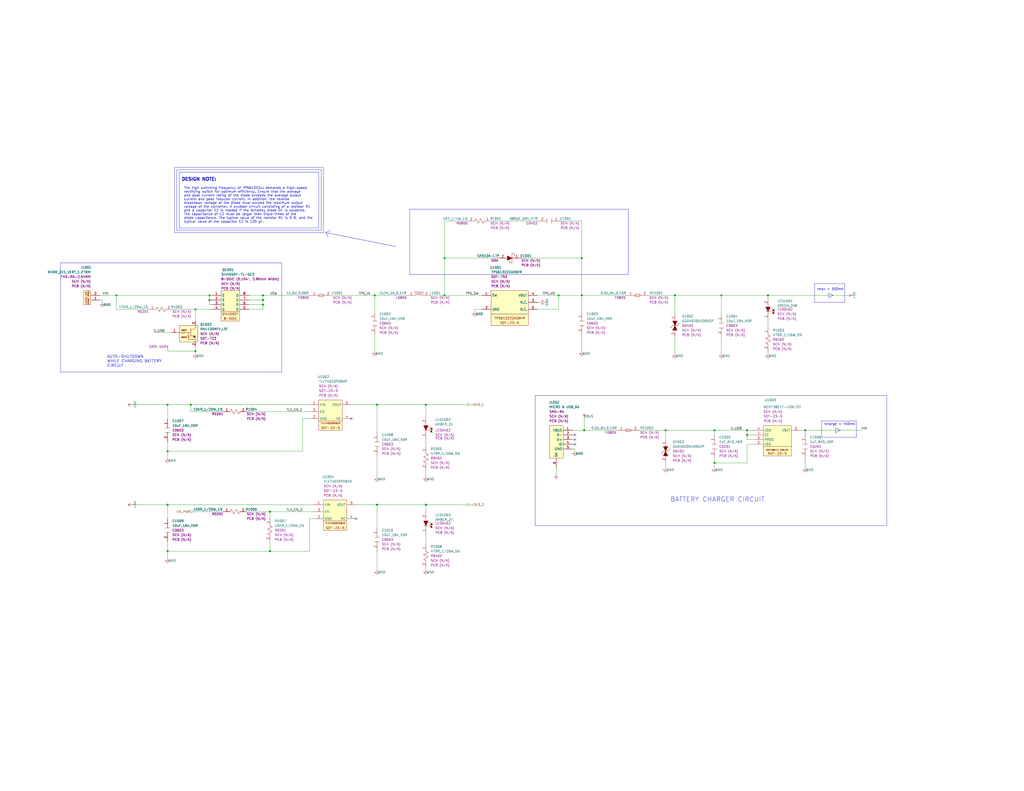
<source format=kicad_sch>
(kicad_sch (version 20230121) (generator eeschema)
  (paper "C")
  (title_block (title "Blender") (date "2023/09/18") (rev "v1.0") (company "Mend0z0") (comment 1 "v1.0") (comment 2 "RELEASED") (comment 3 "Siavash Taher Parvar") (comment 4 "_BOM_Blender_v1.0.html") (comment 5 "_HW_Blender.kicad_pcb") (comment 6 "_GBR_Blender_v1.0") (comment 7 "_ASM_Blender_v1.0") (comment 8 "N/A") (comment 9 "Initial version"))
  (junction (at 114.3 163.83))
  (junction (at 91.44 300.99))
  (junction (at 318.77 234.95))
  (junction (at 232.41 220.98))
  (junction (at 106.68 191.77))
  (junction (at 204.47 161.29))
  (junction (at 205.74 275.59))
  (junction (at 317.5 140.97))
  (junction (at 419.1 161.29))
  (junction (at 439.42 234.95))
  (junction (at 363.22 234.95))
  (junction (at 143.51 163.83))
  (junction (at 63.5 161.29))
  (junction (at 368.3 161.29))
  (junction (at 91.44 220.98))
  (junction (at 389.89 234.95))
  (junction (at 147.32 300.99))
  (junction (at 389.89 252.73))
  (junction (at 147.32 279.4))
  (junction (at 114.3 161.29))
  (junction (at 205.74 220.98))
  (junction (at 393.7 161.29))
  (junction (at 91.44 275.59))
  (junction (at 407.67 237.49))
  (junction (at 317.5 161.29))
  (junction (at 242.57 140.97))
  (junction (at 91.44 246.38))
  (junction (at 232.41 275.59))
  (junction (at 143.51 161.29))
  (junction (at 106.68 168.91))
  (junction (at 304.8 161.29))
  (junction (at 242.57 161.29))
  (junction (at 407.67 234.95))
  (junction (at 104.14 220.98))
  (junction (at 143.51 166.37))
  (no_connect (at 313.69 242.57))
  (no_connect (at 194.31 283.21))
  (no_connect (at 313.69 237.49))
  (no_connect (at 313.69 240.03))
  (no_connect (at 191.77 228.6))
  (wire (pts (xy 363.22 234.95) (xy 363.22 240.03)))
  (wire (pts (xy 134.62 224.79) (xy 168.91 224.79)))
  (wire (pts (xy 204.47 170.18) (xy 204.47 161.29)))
  (wire (pts (xy 115.57 163.83) (xy 114.3 163.83)))
  (wire (pts (xy 114.3 166.37) (xy 114.3 163.83)))
  (wire (pts (xy 267.97 120.65) (xy 293.37 120.65)))
  (wire (pts (xy 407.67 252.73) (xy 389.89 252.73)))
  (wire (pts (xy 91.44 191.77) (xy 106.68 191.77)))
  (wire (pts (xy 143.51 168.91) (xy 135.89 168.91)))
  (polyline (pts (xy 455.93 236.22) (xy 458.47 234.95)))
  (wire (pts (xy 389.89 252.73) (xy 389.89 255.27)))
  (wire (pts (xy 147.32 295.91) (xy 147.32 300.99)))
  (wire (pts (xy 106.68 193.04) (xy 106.68 191.77)))
  (wire (pts (xy 317.5 191.77) (xy 317.5 182.88)))
  (wire (pts (xy 294.64 165.1) (xy 293.37 165.1)))
  (wire (pts (xy 389.89 237.49) (xy 389.89 234.95)))
  (wire (pts (xy 91.44 220.98) (xy 104.14 220.98)))
  (wire (pts (xy 205.74 275.59) (xy 194.31 275.59)))
  (wire (pts (xy 312.42 234.95) (xy 318.77 234.95)))
  (wire (pts (xy 93.98 168.91) (xy 106.68 168.91)))
  (polyline (pts (xy 448.31 229.87) (xy 467.36 229.87)))
  (wire (pts (xy 168.91 283.21) (xy 168.91 300.99)))
  (wire (pts (xy 234.95 161.29) (xy 242.57 161.29)))
  (wire (pts (xy 304.8 161.29) (xy 317.5 161.29)))
  (wire (pts (xy 363.22 252.73) (xy 363.22 255.27)))
  (wire (pts (xy 393.7 161.29) (xy 393.7 171.45)))
  (wire (pts (xy 205.74 260.35) (xy 205.74 248.92)))
  (polyline (pts (xy 461.01 154.94) (xy 461.01 165.1)))
  (wire (pts (xy 462.28 161.29) (xy 419.1 161.29)))
  (wire (pts (xy 242.57 120.65) (xy 242.57 140.97)))
  (wire (pts (xy 242.57 161.29) (xy 262.89 161.29)))
  (wire (pts (xy 181.61 161.29) (xy 204.47 161.29)))
  (wire (pts (xy 313.69 237.49) (xy 312.42 237.49)))
  (polyline (pts (xy 173.99 124.46) (xy 97.79 124.46)))
  (wire (pts (xy 63.5 161.29) (xy 114.3 161.29)))
  (wire (pts (xy 81.28 168.91) (xy 63.5 168.91)))
  (wire (pts (xy 407.67 242.57) (xy 407.67 252.73)))
  (wire (pts (xy 419.1 175.26) (xy 419.1 179.07)))
  (wire (pts (xy 114.3 161.29) (xy 115.57 161.29)))
  (wire (pts (xy 341.63 161.29) (xy 317.5 161.29)))
  (wire (pts (xy 72.39 220.98) (xy 91.44 220.98)))
  (polyline (pts (xy 467.36 238.76) (xy 448.31 238.76)))
  (wire (pts (xy 313.69 245.11) (xy 312.42 245.11)))
  (wire (pts (xy 205.74 220.98) (xy 191.77 220.98)))
  (wire (pts (xy 143.51 163.83) (xy 143.51 161.29)))
  (polyline (pts (xy 467.36 229.87) (xy 467.36 238.76)))
  (wire (pts (xy 303.53 255.27) (xy 303.53 259.08)))
  (wire (pts (xy 168.91 300.99) (xy 147.32 300.99)))
  (wire (pts (xy 318.77 234.95) (xy 336.55 234.95)))
  (wire (pts (xy 91.44 220.98) (xy 91.44 228.6)))
  (wire (pts (xy 318.77 228.6) (xy 318.77 234.95)))
  (wire (pts (xy 439.42 237.49) (xy 439.42 234.95)))
  (wire (pts (xy 232.41 311.15) (xy 232.41 309.88)))
  (wire (pts (xy 232.41 220.98) (xy 232.41 227.33)))
  (polyline (pts (xy 95.25 127) (xy 176.53 127)))
  (polyline (pts (xy 444.5 154.94) (xy 444.5 165.1)))
  (wire (pts (xy 313.69 246.38) (xy 313.69 245.11)))
  (polyline (pts (xy 175.26 125.73) (xy 96.52 125.73)))
  (wire (pts (xy 205.74 311.15) (xy 205.74 300.99)))
  (wire (pts (xy 389.89 234.95) (xy 407.67 234.95)))
  (wire (pts (xy 232.41 275.59) (xy 232.41 279.4)))
  (wire (pts (xy 143.51 161.29) (xy 168.91 161.29)))
  (wire (pts (xy 242.57 140.97) (xy 271.78 140.97)))
  (polyline (pts (xy 173.99 93.98) (xy 173.99 124.46)))
  (wire (pts (xy 232.41 260.35) (xy 232.41 256.54)))
  (wire (pts (xy 165.1 228.6) (xy 165.1 246.38)))
  (wire (pts (xy 135.89 166.37) (xy 143.51 166.37)))
  (polyline (pts (xy 97.79 93.98) (xy 173.99 93.98)))
  (polyline (pts (xy 452.12 160.02) (xy 452.12 162.56)))
  (wire (pts (xy 91.44 250.19) (xy 91.44 246.38)))
  (wire (pts (xy 419.1 161.29) (xy 419.1 162.56)))
  (wire (pts (xy 91.44 275.59) (xy 91.44 283.21)))
  (wire (pts (xy 306.07 120.65) (xy 317.5 120.65)))
  (wire (pts (xy 91.44 241.3) (xy 91.44 246.38)))
  (wire (pts (xy 55.88 163.83) (xy 54.61 163.83)))
  (polyline (pts (xy 96.52 92.71) (xy 96.52 125.73)))
  (polyline (pts (xy 444.5 154.94) (xy 461.01 154.94)))
  (wire (pts (xy 106.68 168.91) (xy 115.57 168.91)))
  (wire (pts (xy 232.41 292.1) (xy 232.41 297.18)))
  (polyline (pts (xy 455.93 233.68) (xy 455.93 236.22)))
  (wire (pts (xy 439.42 250.19) (xy 439.42 255.27)))
  (wire (pts (xy 439.42 234.95) (xy 469.9 234.95)))
  (wire (pts (xy 204.47 161.29) (xy 222.25 161.29)))
  (wire (pts (xy 419.1 193.04) (xy 419.1 191.77)))
  (wire (pts (xy 91.44 246.38) (xy 165.1 246.38)))
  (wire (pts (xy 143.51 166.37) (xy 143.51 163.83)))
  (wire (pts (xy 436.88 234.95) (xy 439.42 234.95)))
  (wire (pts (xy 313.69 240.03) (xy 312.42 240.03)))
  (wire (pts (xy 411.48 242.57) (xy 407.67 242.57)))
  (wire (pts (xy 171.45 279.4) (xy 147.32 279.4)))
  (wire (pts (xy 135.89 161.29) (xy 143.51 161.29)))
  (wire (pts (xy 255.27 275.59) (xy 232.41 275.59)))
  (wire (pts (xy 317.5 161.29) (xy 317.5 170.18)))
  (wire (pts (xy 104.14 220.98) (xy 168.91 220.98)))
  (wire (pts (xy 63.5 161.29) (xy 63.5 168.91)))
  (wire (pts (xy 106.68 189.23) (xy 106.68 191.77)))
  (wire (pts (xy 313.69 242.57) (xy 312.42 242.57)))
  (polyline (pts (xy 452.12 160.02) (xy 454.66 161.29)))
  (wire (pts (xy 284.48 140.97) (xy 317.5 140.97)))
  (wire (pts (xy 115.57 166.37) (xy 114.3 166.37)))
  (wire (pts (xy 147.32 279.4) (xy 147.32 283.21)))
  (wire (pts (xy 204.47 191.77) (xy 204.47 182.88)))
  (wire (pts (xy 91.44 295.91) (xy 91.44 300.99)))
  (wire (pts (xy 259.08 168.91) (xy 262.89 168.91)))
  (wire (pts (xy 205.74 220.98) (xy 205.74 236.22)))
  (wire (pts (xy 91.44 300.99) (xy 147.32 300.99)))
  (wire (pts (xy 135.89 163.83) (xy 143.51 163.83)))
  (wire (pts (xy 368.3 193.04) (xy 368.3 184.15)))
  (polyline (pts (xy 177.8 127) (xy 179.07 129.54)))
  (wire (pts (xy 242.57 120.65) (xy 255.27 120.65)))
  (polyline (pts (xy 176.53 91.44) (xy 176.53 127)))
  (polyline (pts (xy 175.26 92.71) (xy 175.26 125.73)))
  (wire (pts (xy 407.67 234.95) (xy 411.48 234.95)))
  (wire (pts (xy 389.89 252.73) (xy 389.89 250.19)))
  (polyline (pts (xy 97.79 93.98) (xy 97.79 124.46)))
  (wire (pts (xy 83.82 181.61) (xy 93.98 181.61)))
  (wire (pts (xy 232.41 275.59) (xy 205.74 275.59)))
  (wire (pts (xy 407.67 237.49) (xy 407.67 234.95)))
  (wire (pts (xy 293.37 161.29) (xy 304.8 161.29)))
  (wire (pts (xy 317.5 120.65) (xy 317.5 140.97)))
  (wire (pts (xy 104.14 220.98) (xy 104.14 224.79)))
  (polyline (pts (xy 177.8 127) (xy 215.9 134.62)))
  (polyline (pts (xy 180.34 125.73) (xy 177.8 127)))
  (wire (pts (xy 293.37 168.91) (xy 304.8 168.91)))
  (polyline (pts (xy 455.93 233.68) (xy 458.47 234.95)))
  (wire (pts (xy 242.57 140.97) (xy 242.57 161.29)))
  (polyline (pts (xy 452.12 162.56) (xy 454.66 161.29)))
  (wire (pts (xy 54.61 161.29) (xy 63.5 161.29)))
  (wire (pts (xy 55.88 163.83) (xy 55.88 165.1)))
  (wire (pts (xy 393.7 161.29) (xy 368.3 161.29)))
  (wire (pts (xy 134.62 279.4) (xy 147.32 279.4)))
  (wire (pts (xy 105.41 279.4) (xy 121.92 279.4)))
  (wire (pts (xy 168.91 228.6) (xy 165.1 228.6)))
  (wire (pts (xy 72.39 275.59) (xy 91.44 275.59)))
  (wire (pts (xy 407.67 237.49) (xy 411.48 237.49)))
  (wire (pts (xy 232.41 240.03) (xy 232.41 243.84)))
  (polyline (pts (xy 448.31 229.87) (xy 448.31 238.76)))
  (wire (pts (xy 232.41 220.98) (xy 205.74 220.98)))
  (wire (pts (xy 205.74 275.59) (xy 205.74 288.29)))
  (wire (pts (xy 317.5 140.97) (xy 317.5 161.29)))
  (wire (pts (xy 106.68 168.91) (xy 106.68 175.26)))
  (polyline (pts (xy 95.25 91.44) (xy 95.25 127)))
  (wire (pts (xy 419.1 161.29) (xy 393.7 161.29)))
  (wire (pts (xy 349.25 234.95) (xy 363.22 234.95)))
  (polyline (pts (xy 95.25 91.44) (xy 176.53 91.44)))
  (wire (pts (xy 368.3 161.29) (xy 368.3 171.45)))
  (polyline (pts (xy 461.01 165.1) (xy 444.5 165.1)))
  (wire (pts (xy 91.44 275.59) (xy 171.45 275.59)))
  (wire (pts (xy 104.14 224.79) (xy 121.92 224.79)))
  (wire (pts (xy 143.51 168.91) (xy 143.51 166.37)))
  (polyline (pts (xy 96.52 92.71) (xy 175.26 92.71)))
  (wire (pts (xy 114.3 163.83) (xy 114.3 161.29)))
  (wire (pts (xy 255.27 220.98) (xy 232.41 220.98)))
  (wire (pts (xy 407.67 240.03) (xy 407.67 237.49)))
  (wire (pts (xy 171.45 283.21) (xy 168.91 283.21)))
  (wire (pts (xy 91.44 304.8) (xy 91.44 300.99)))
  (wire (pts (xy 304.8 161.29) (xy 304.8 168.91)))
  (wire (pts (xy 363.22 234.95) (xy 389.89 234.95)))
  (wire (pts (xy 368.3 161.29) (xy 354.33 161.29)))
  (wire (pts (xy 411.48 240.03) (xy 407.67 240.03)))
  (wire (pts (xy 259.08 168.91) (xy 259.08 170.18)))
  (wire (pts (xy 393.7 193.04) (xy 393.7 184.15)))
  (rectangle (start 223.52 114.3) (end 342.9 149.86))
  (rectangle (start 33.02 143.51) (end 153.67 203.2))
  (rectangle (start 292.1 215.9) (end 483.87 287.02))
  (text "BATTERY CHARGER CIRCUIT" (at 365.76 274.32 0) (effects (font (size 2.54 2.54)) (justify left bottom)))
  (text "DESIGN NOTE:" (at 99.06 99.06 0) (effects (font (size 1.8 1.8) bold) (justify left bottom)))
  (text "Icharge = 450mA" (at 449.58 232.41 0) (effects (font (size 1.27 1.27)) (justify left bottom)))
  (text "The high switching frequency of TPS61322xx demands a high-speed \nrectifying switch for optimum efficiency. Ensure that the average \nand peak current rating of the diode exceeds the average output \ncurrent and peak inductor current. In addition, the reverse \nbreakdown voltage of the diode must exceed the maximum output\nvoltage of the converter. A snubber circuit consisting of a resistor R1\nand a capacitor C2 is needed if the Schottky diode D1 is soldered. \nThe capacitance of C2 must be larger than triple times of the \ndiode capacitance. The typical value of the resistor R1 is 5 Ω, and the\ntypical value of the capacitor C2 is 120 pF." (at 100.33 121.92 0) (effects (font (size 1.27 1.27)) (justify left bottom)))
  (text "Imax = 500mA" (at 445.77 158.75 0) (effects (font (size 1.27 1.27)) (justify left bottom)))
  (text "AUTO-SHUTDOWN\nWHILE CHARGING BATTERY\nCIRCUIT" (at 58.42 200.66 0) (effects (font (size 1.524 1.524)) (justify left bottom)))
  (label "TPS_IN" (at 195.58 161.29 0))
  (label "TPS_SW" (at 254 161.29 0))
  (label "V_USB" (at 398.78 234.95 0))
  (label "VSW" (at 147.32 161.29 0))
  (label "TLV_EN_2" (at 156.21 279.4 0))
  (label "V_USB" (at 83.82 181.61 0))
  (label "VIN" (at 469.9 234.95 0))
  (label "VIN" (at 55.88 161.29 0))
  (label "TLV_EN_1" (at 156.21 224.79 0))
  (label "TPS_VO" (at 295.91 161.29 0))
  (hierarchical_label "+3V3_2" (shape output) (at 255.27 275.59 0))
  (hierarchical_label "EN_PWR" (shape input) (at 105.41 279.4 180))
  (hierarchical_label "+3V3_1" (shape output) (at 255.27 220.98 0))
  (netclass_flag "" (length 2.54) (shape dot) (at 91.44 191.77 0) (property "GND" "GND" (at 81.28 189.23 0) (show_name) (effects (font italic) (justify left))))
  (symbol (lib_id "power:GND") (at 55.88 165.1 0) (unit 1)
    (property "Reference" "#PWR01002" (effects hide))
    (property "Value" "GND" (at 58.42 166.37 0))
  )
  (symbol (lib_id "_SCHLIB_Blender:CAP_680pF_50V_X7R_C0402") (at 306.07 120.65 180) (unit 1)
    (property "Reference" "C1001" (at 308.61 119.38 0))
    (property "Value" "680pF_50V_X7R" (at 293.37 119.38 0) (effects (justify left)))
    (property "Footprint" "Capacitor_SMD:C_0402_1005Metric" (effects hide))
    (property "Datasheet" "http://www.passivecomponent.com/wp-content/uploads/datasheet/WTC_MLCC_General_Purpose.pdf" (effects hide))
    (property "Description" "680 pF ±10% 50V Ceramic Capacitor X7R 0402 (1005 Metric)" (effects hide))
    (property "Link" "https://www.digikey.ca/en/products/detail/walsin-technology-corporation/0402B681K500CT/9354721" (effects hide))
    (property "SCH CHECK" "SCH (N/A)" (at 316.23 121.92 0) (effects (justify left)))
    (property "Package" "C0402" (at 293.37 121.92 0) (effects (justify left)))
    (property "Part Number (Manufacturer)" "0402B681K500CT" (effects hide))
    (property "Manufacturer" "Walsin Technology Corporation" (effects hide))
    (property "Part Number (Vendor)" "1292-1223-2-ND" (effects hide))
    (property "Vendor" "Digikey" (effects hide))
    (property "PCB CHECk" "PCB (N/A)" (at 316.23 124.46 0) (effects (justify left)))
  )
  (symbol (lib_id "power:GND") (at 368.3 193.04 0) (unit 1)
    (property "Reference" "#PWR01007" (effects hide))
    (property "Value" "GND" (at 370.84 194.31 0))
    (instances (project "_HW_Blender" (path "" (reference "#PWR01007") (unit 1))) (project "_HW_ToslinkToDMX" (path "" (reference "#PWR01006") (unit 1))))
  )
  (symbol (lib_id "_SCHLIB_Blender:CAP_1uF_6V3_X5R_C0201") (at 389.89 237.49 270) (unit 1)
    (property "Reference" "C1005" (at 392.43 238.76 90) (effects (justify left)))
    (property "Value" "1uF_6V3_X5R" (at 392.43 241.3 90) (effects (justify left)))
    (property "Footprint" "Capacitor_SMD:C_0201_0603Metric" (effects hide))
    (property "Datasheet" "http://weblib.samsungsem.com/mlcc/mlcc-ec-data-sheet.do?partNumber=CL03A105MQ3CSN" (effects hide))
    (property "Description" "1 µF ±20% 6.3V Ceramic Capacitor X5R 0201 (0603 Metric)" (effects hide))
    (property "Link" "https://www.digikey.ca/en/products/detail/samsung-electro-mechanics/CL03A105MQ3CSNH/3894097" (effects hide))
    (property "SCH CHECK" "SCH (N/A)" (at 392.43 246.38 90) (effects (justify left)))
    (property "Package" "C0201" (at 392.43 243.84 90) (effects (justify left)))
    (property "Part Number (Manufacturer)" "CL03A105MQ3CSNH" (effects hide))
    (property "Manufacturer" "Samsung Electro-Mechanics" (effects hide))
    (property "Part Number (Vendor)" "1276-6441-2-ND" (effects hide))
    (property "Vendor" "Digikey" (effects hide))
    (property "PCB CHECk" "PCB (N/A)" (at 392.43 248.92 90) (effects (justify left)))
  )
  (symbol (lib_id "power:GND") (at 205.74 311.15 0) (unit 1)
    (property "Reference" "#PWR01023" (effects hide))
    (property "Value" "GND" (at 208.28 312.42 0))
    (instances (project "_HW_Blender" (path "" (reference "#PWR01023") (unit 1))) (project "_HW_ToslinkToDMX" (path "" (reference "#PWR01022") (unit 1))))
  )
  (symbol (lib_id "_SCHLIB_Blender:IC_PMIC_TPS613222ADBVR_SMPS-BOOST_5V_2.5A_SOT-753") (at 267.97 158.75 0) (unit 1)
    (property "Reference" "U1001" (at 270.51 146.05 0))
    (property "Value" "TPS613222ADBVR" (at 267.97 148.59 0) (effects (justify left)))
    (property "Footprint" "Package_TO_SOT_SMD:SOT-23-5" (effects hide))
    (property "Datasheet" "https://www.ti.com/general/docs/suppproductinfo.tsp?distId=10&gotoUrl=http%253A%252F%252Fwww.ti.com%252Flit%252Fgpn%252Ftps61322" (effects hide))
    (property "Description" "Boost Switching Regulator IC Positive Fixed 5V 1 Output 2.5A (Switch) SC-74A, SOT-753" (effects hide))
    (property "Link" "https://www.digikey.ca/en/products/detail/texas-instruments/TPS613222ADBVR/8638376?s=N4IgTCBcDaICoAUDKA2AjAZjNgggEQCEA1AJRAF0BfIA" (effects hide))
    (property "SCH CHECK" "SCH (N/A)" (at 267.97 153.67 0) (effects (justify left)))
    (property "Part Number (Manufacturer)" "TPS613222ADBVR" (effects hide))
    (property "Package" "SOT-753" (at 267.97 151.13 0) (effects (justify left)))
    (property "Manufacturer" "Texas Instruments" (effects hide))
    (property "Part Number (Vendor)" "296-50503-2-ND" (effects hide))
    (property "Vendor" "Digikey" (effects hide))
    (property "PCB CHECk" "PCB (N/A)" (at 267.97 156.21 0) (effects (justify left)))
  )
  (symbol (lib_id "power:GND") (at 91.44 250.19 0) (unit 1)
    (property "Reference" "#PWR01018" (effects hide))
    (property "Value" "GND" (at 93.98 251.46 0))
    (instances (project "_HW_Blender" (path "" (reference "#PWR01018") (unit 1))) (project "_HW_ToslinkToDMX" (path "" (reference "#PWR01017") (unit 1))))
  )
  (symbol (lib_id "_SCHLIB_Blender:DIODE_TVS_GG040205100N2P_5V_5.5V_8A(8/20us)_D0402") (at 363.22 240.03 270) (unit 1)
    (property "Reference" "D1003" (at 367.03 241.3 90) (effects (justify left)))
    (property "Value" "GG040205100N2P" (at 367.03 243.84 90) (effects (justify left)))
    (property "Footprint" "Diode_SMD:D_0402_1005Metric" (effects hide))
    (property "Datasheet" "https://datasheets.kyocera-avx.com/AVX-GiGuard.pdf" (effects hide))
    (property "Description" "12V Clamp 8A (8/20µs) Ipp Tvs Diode Surface Mount 0402 (1005 Metric)" (effects hide))
    (property "Link" "https://www.digikey.ca/en/products/detail/kyocera-avx/GG040205100N2P/6826546" (effects hide))
    (property "SCH CHECK" "SCH (N/A)" (at 367.03 248.92 90) (effects (justify left)))
    (property "Part Number (Manufacturer)" "GG040205100N2P" (effects hide))
    (property "Package" "D0402" (at 367.03 246.38 90) (effects (justify left)))
    (property "Manufacturer" "KYOCERA AVX" (effects hide))
    (property "Part Number (Vendor)" "478-10594-2-ND" (effects hide))
    (property "Vendor" "Digikey" (effects hide))
    (property "PCB CHECk" "PCB (N/A)" (at 367.03 251.46 90) (effects (justify left)))
  )
  (symbol (lib_id "_SCHLIB_Blender:DIODE_SCHOTTKY_SK510A-LTP_5A_100V_SMA") (at 271.78 140.97 0) (unit 1)
    (property "Reference" "D1001" (at 287.02 139.7 0))
    (property "Value" "SK510A-LTP" (at 260.35 139.7 0) (effects (justify left)))
    (property "Footprint" "Diode_SMD:D_SMA" (effects hide))
    (property "Datasheet" "https://www.mccsemi.com/pdf/Products/SK52A-L-SK510A-L(DO-214AC).pdf" (effects hide))
    (property "Description" "Diode 100 V 5A Surface Mount DO-214AC (SMA)" (effects hide))
    (property "Link" "https://www.digikey.ca/en/products/detail/micro-commercial-co/SK510A-LTP/5114130" (effects hide))
    (property "SCH CHECK" "SCH (N/A)" (at 284.48 142.24 0) (effects (justify left)))
    (property "Package" "SMA" (at 267.97 142.24 0) (effects (justify left)))
    (property "Part Number (Manufacturer)" "SK510A-LTP" (effects hide))
    (property "Manufacturer" "Micro Commercial Co" (effects hide))
    (property "Part Number (Vendor)" "SK510A-LTPMSTR-ND" (effects hide))
    (property "Vendor" "Digikey" (effects hide))
    (property "PCB CHECk" "PCB (N/A)" (at 284.48 144.78 0) (effects (justify left)))
  )
  (symbol (lib_id "_SCHLIB_Blender:RES_470R_1/16W_5%_R0402") (at 232.41 297.18 270) (unit 1)
    (property "Reference" "R1008" (at 234.95 298.45 90) (effects (justify left)))
    (property "Value" "470R_1/16W_5%" (at 234.95 300.99 90) (effects (justify left)))
    (property "Footprint" "Resistor_SMD:R_0402_1005Metric" (effects hide))
    (property "Datasheet" "https://www.te.com/usa-en/product-1-2176338-7.datasheet.pdf" (effects hide))
    (property "Description" "470 Ohms ±5% 0.063W, 1/16W Chip Resistor 0402 (1005 Metric) Automotive AEC-Q200, Moisture Resistant Thick Film" (effects hide))
    (property "Link" "https://www.digikey.ca/en/products/detail/te-connectivity-passive-product/CRGCQ0402J470R/8576648" (effects hide))
    (property "SCH CHECK" "SCH (N/A)" (at 234.95 306.07 90) (effects (justify left)))
    (property "Package" "R0402" (at 234.95 303.53 90) (effects (justify left)))
    (property "Part Number (Manufacturer)" "CRGCQ0402J470R" (effects hide))
    (property "Manufacturer" "TE Connectivity Passive Product" (effects hide))
    (property "Part Number (Vendor)" "A130046TR-ND" (effects hide))
    (property "Vendor" "Digikey" (effects hide))
    (property "PCB CHECk" "PCB (N/A)" (at 234.95 308.61 90) (effects (justify left)))
  )
  (symbol (lib_id "_SCHLIB_Blender:Q_BJT_RN1130MFV,L3F_PREBIASED_50V_0.1A_0.15W_SOT-723") (at 93.98 175.26 0) (unit 1)
    (property "Reference" "Q1002" (at 109.22 177.165 0) (effects (justify left)))
    (property "Value" "RN1130MFV,L3F" (at 109.22 179.705 0) (effects (justify left)))
    (property "Footprint" "Package_TO_SOT_SMD:SOT-723" (effects hide))
    (property "Datasheet" "https://toshiba.semicon-storage.com/info/docget.jsp?did=949&prodName=RN1130MFV" (effects hide))
    (property "Description" "Pre-Biased Bipolar Transistor (BJT) NPN - Pre-Biased 50 V 100 mA 250 MHz 150 mW Surface Mount VESM" (effects hide))
    (property "Link" "https://www.digikey.ca/en/products/detail/toshiba-semiconductor-and-storage/RN1130MFV-L3F/4305123" (effects hide))
    (property "SCH CHECK" "SCH (N/A)" (at 109.22 182.245 0) (effects (justify left)))
    (property "Package" "SOT-723" (at 109.22 184.785 0) (effects (justify left)))
    (property "Part Number (Manufacturer)" "RN1130MFV,L3F" (effects hide))
    (property "Manufacturer" "Toshiba Semiconductor and Storage" (effects hide))
    (property "Part Number (Vendor)" "RN1130MFVL3FTR-ND" (effects hide))
    (property "Vendor" "Digikey" (effects hide))
    (property "PCB CHECk" "PCB (N/A)" (at 109.22 187.325 0) (effects (justify left)))
  )
  (symbol (lib_id "_SCHLIB_Blender:CAP_10uF_16V_X5R_C0603") (at 91.44 228.6 270) (unit 1)
    (property "Reference" "C1007" (at 93.98 229.87 90) (effects (justify left)))
    (property "Value" "10uF_16V_X5R" (at 93.98 232.41 90) (effects (justify left)))
    (property "Footprint" "Capacitor_SMD:C_0603_1608Metric" (effects hide))
    (property "Datasheet" "https://search.murata.co.jp/Ceramy/image/img/A01X/G101/ENG/GRT188R61C106KE13-01.pdf" (effects hide))
    (property "Description" "10 µF ±10% 16V Ceramic Capacitor X5R 0603 (1608 Metric)" (effects hide))
    (property "Link" "https://www.digikey.ca/en/products/detail/murata-electronics/GRT188R61C106KE13J/13904802" (effects hide))
    (property "SCH CHECK" "SCH (N/A)" (at 93.98 237.49 90) (effects (justify left)))
    (property "Package" "C0603" (at 93.98 234.95 90) (effects (justify left)))
    (property "Part Number (Manufacturer)" "GRT188R61C106KE13J" (effects hide))
    (property "Manufacturer" "Murata Electronics" (effects hide))
    (property "Part Number (Vendor)" "490-GRT188R61C106KE13JTR-ND" (effects hide))
    (property "Vendor" "Digikey" (effects hide))
    (property "PCB CHECk" "PCB (N/A)" (at 93.98 240.03 90) (effects (justify left)))
  )
  (symbol (lib_id "power:+5V") (at 462.28 161.29 270) (unit 1)
    (property "Reference" "#PWR01001" (effects hide))
    (property "Value" "+5V" (at 466.09 161.29 0))
  )
  (symbol (lib_id "power:GND") (at 439.42 255.27 0) (unit 1)
    (property "Reference" "#PWR01016" (effects hide))
    (property "Value" "GND" (at 441.96 256.54 0))
    (instances (project "_HW_Blender" (path "" (reference "#PWR01016") (unit 1))) (project "_HW_ToslinkToDMX" (path "" (reference "#PWR01015") (unit 1))))
  )
  (symbol (lib_id "_SCHLIB_Blender:IC_PMIC_TLV74033PDBVR_LDO_3.3V_0.3A_SOT-23-5") (at 176.53 273.05 0) (unit 1)
    (property "Reference" "U1004" (at 179.07 260.35 0))
    (property "Value" "TLV74033PDBVR" (at 176.53 262.89 0) (effects (justify left)))
    (property "Footprint" "Package_TO_SOT_SMD:SOT-23-5" (effects hide))
    (property "Datasheet" "https://mm.digikey.com/Volume0/opasdata/d220001/medias/docus/5334/TLV740P_DS.pdf" (effects hide))
    (property "Description" "Linear Voltage Regulator IC Positive Fixed 1 Output 300mA SOT-23-5" (effects hide))
    (property "Link" "https://www.digikey.ca/en/products/detail/texas-instruments/TLV74033PDBVR/12642183" (effects hide))
    (property "SCH CHECK" "SCH (N/A)" (at 176.53 265.43 0) (effects (justify left)))
    (property "Part Number (Manufacturer)" "TLV74033PDBVR" (effects hide))
    (property "Package" "SOT-23-5" (at 176.53 267.97 0) (effects (justify left)))
    (property "Manufacturer" "Texas Instruments" (effects hide))
    (property "Part Number (Vendor)" "296-TLV74033PDBVRTR-ND" (effects hide))
    (property "Vendor" "Digikey" (effects hide))
    (property "PCB CHECk" "PCB (N/A)" (at 176.53 270.51 0) (effects (justify left)))
  )
  (symbol (lib_id "_SCHLIB_Blender:CAP_10uF_16V_X5R_C0603") (at 393.7 171.45 270) (unit 1)
    (property "Reference" "C1004" (at 396.24 172.72 90) (effects (justify left)))
    (property "Value" "10uF_16V_X5R" (at 396.24 175.26 90) (effects (justify left)))
    (property "Footprint" "Capacitor_SMD:C_0603_1608Metric" (effects hide))
    (property "Datasheet" "https://search.murata.co.jp/Ceramy/image/img/A01X/G101/ENG/GRT188R61C106KE13-01.pdf" (effects hide))
    (property "Description" "10 µF ±10% 16V Ceramic Capacitor X5R 0603 (1608 Metric)" (effects hide))
    (property "Link" "https://www.digikey.ca/en/products/detail/murata-electronics/GRT188R61C106KE13J/13904802" (effects hide))
    (property "SCH CHECK" "SCH (N/A)" (at 396.24 180.34 90) (effects (justify left)))
    (property "Package" "C0603" (at 396.24 177.8 90) (effects (justify left)))
    (property "Part Number (Manufacturer)" "GRT188R61C106KE13J" (effects hide))
    (property "Manufacturer" "Murata Electronics" (effects hide))
    (property "Part Number (Vendor)" "490-GRT188R61C106KE13JTR-ND" (effects hide))
    (property "Vendor" "Digikey" (effects hide))
    (property "PCB CHECk" "PCB (N/A)" (at 396.24 182.88 90) (effects (justify left)))
  )
  (symbol (lib_id "power:GND") (at 363.22 255.27 0) (unit 1)
    (property "Reference" "#PWR01014" (effects hide))
    (property "Value" "GND" (at 365.76 256.54 0))
    (instances (project "_HW_Blender" (path "" (reference "#PWR01014") (unit 1))) (project "_HW_ToslinkToDMX" (path "" (reference "#PWR01013") (unit 1))))
  )
  (symbol (lib_id "_SCHLIB_Blender:RES_4R7_1/4W_1%_R0805") (at 267.97 120.65 180) (unit 1)
    (property "Reference" "R1001" (at 270.51 119.38 0))
    (property "Value" "4R7_1/4W_1%" (at 255.27 119.38 0) (effects (justify left)))
    (property "Footprint" "Resistor_SMD:R_0805_2012Metric" (effects hide))
    (property "Datasheet" "https://www.koaspeer.com/pdfs/RK73H.pdf" (effects hide))
    (property "Description" "4.7 Ohms ±1% 0.25W, 1/4W Chip Resistor 0805 (2012 Metric) Automotive AEC-Q200, Moisture Resistant Thick Film" (effects hide))
    (property "Link" "https://www.digikey.ca/en/products/detail/koa-speer-electronics-inc/RK73H2ATTD4R70F/10234424" (effects hide))
    (property "SCH CHECK" "SCH (N/A)" (at 278.13 121.92 0) (effects (justify left)))
    (property "Package" "R0805" (at 255.27 121.92 0) (effects (justify left)))
    (property "Part Number (Manufacturer)" "RK73H2ATTD4R70F" (effects hide))
    (property "Manufacturer" "KOA Speer Electronics, Inc." (effects hide))
    (property "Part Number (Vendor)" "2019-RK73H2ATTD4R70FTR-ND" (effects hide))
    (property "Vendor" "Digikey" (effects hide))
    (property "PCB CHECk" "PCB (N/A)" (at 278.13 124.46 0) (effects (justify left)))
  )
  (symbol (lib_id "_SCHLIB_Blender:CONN_USB MICRO B-10118194-0001LF") (at 299.72 232.41 0) (unit 1)
    (property "Reference" "J1002" (at 302.26 219.71 0))
    (property "Value" "MICRO B USB_RA" (at 299.72 222.25 0) (effects (justify left)))
    (property "Footprint" "Connector_USB:USB_Micro-B_Amphenol_10118194_Horizontal" (effects hide))
    (property "Datasheet" "https://www.amphenol-cs.com/media/wysiwyg/files/drawing/10118194.pdf" (effects hide))
    (property "Description" "USB - micro B USB 2.0 Receptacle Connector 5 Position Surface Mount, Right Angle; Through Hole" (effects hide))
    (property "Link" "https://www.digikey.ca/en/products/detail/amphenol-cs-fci/10118194-0001LF/2785389" (effects hide))
    (property "SCH CHECK" "SCH (N/A)" (at 299.72 227.33 0) (effects (justify left)))
    (property "Part Number (Manufacturer)" "10118194-0001LF" (effects hide))
    (property "Package" "SMD-RA" (at 299.72 224.79 0) (effects (justify left)))
    (property "Manufacturer" "Amphenol ICC (FCI)" (effects hide))
    (property "Part Number (Vendor)" "609-4618-2-ND" (effects hide))
    (property "Vendor" "Digikey" (effects hide))
    (property "PCB CHECk" "PCB (N/A)" (at 299.72 229.87 0) (effects (justify left)))
  )
  (symbol (lib_id "power:Earth") (at 303.53 259.08 0) (unit 1)
    (property "Reference" "#PWR01017" (effects hide))
    (property "Value" "Earth" (effects hide))
    (instances (project "_HW_Blender" (path "" (reference "#PWR01017") (unit 1))) (project "_HW_ToslinkToDMX" (path "" (reference "#PWR01016") (unit 1))))
  )
  (symbol (lib_id "_SCHLIB_Blender:DIODE_LED_AMBER_2V_0.02A_592nm_0402") (at 232.41 227.33 270) (unit 1)
    (property "Reference" "LED1002" (at 237.49 229.1715 90) (effects (justify left)))
    (property "Value" "AMBER_2V" (at 237.49 231.7115 90) (effects (justify left)))
    (property "Footprint" "LED_SMD:LED_0402_1005Metric" (effects hide))
    (property "Datasheet" "https://media.digikey.com/pdf/Data%20Sheets/Harvatek%20PDFs/B2841UY--20D000414U1930.pdf" (effects hide))
    (property "Description" "Amber LED Indication - Discrete 2V 0402 (1005 Metric)" (effects hide))
    (property "Link" "https://www.digikey.ca/en/products/detail/harvatek-corporation/B2841UY-20D000414U1930/16729525" (effects hide))
    (property "SCH CHECK" "SCH (N/A)" (at 237.49 237.49 90) (effects (justify left)))
    (property "Package" "LED0402" (at 237.49 234.95 90) (effects (justify left)))
    (property "Part Number (Manufacturer)" "B2841UY--20D000414U1930" (effects hide))
    (property "Manufacturer" "Harvatek Corporation" (effects hide))
    (property "Part Number (Vendor)" "3147-B2841UY--20D000414U1930TR-ND" (effects hide))
    (property "Vendor" "Digikey" (effects hide))
    (property "PCB CHECk" "PCB (N/A)" (at 237.49 239.3315 90) (effects (justify left)))
  )
  (symbol (lib_id "_SCHLIB_Blender:CAP_10uF_16V_X5R_C0603") (at 317.5 170.18 270) (unit 1)
    (property "Reference" "C1003" (at 320.04 171.45 90) (effects (justify left)))
    (property "Value" "10uF_16V_X5R" (at 320.04 173.99 90) (effects (justify left)))
    (property "Footprint" "Capacitor_SMD:C_0603_1608Metric" (effects hide))
    (property "Datasheet" "https://search.murata.co.jp/Ceramy/image/img/A01X/G101/ENG/GRT188R61C106KE13-01.pdf" (effects hide))
    (property "Description" "10 µF ±10% 16V Ceramic Capacitor X5R 0603 (1608 Metric)" (effects hide))
    (property "Link" "https://www.digikey.ca/en/products/detail/murata-electronics/GRT188R61C106KE13J/13904802" (effects hide))
    (property "SCH CHECK" "SCH (N/A)" (at 320.04 179.07 90) (effects (justify left)))
    (property "Package" "C0603" (at 320.04 176.53 90) (effects (justify left)))
    (property "Part Number (Manufacturer)" "GRT188R61C106KE13J" (effects hide))
    (property "Manufacturer" "Murata Electronics" (effects hide))
    (property "Part Number (Vendor)" "490-GRT188R61C106KE13JTR-ND" (effects hide))
    (property "Vendor" "Digikey" (effects hide))
    (property "PCB CHECk" "PCB (N/A)" (at 320.04 181.61 90) (effects (justify left)))
  )
  (symbol (lib_id "_SCHLIB_Blender:CAP_1uF_6V3_X5R_C0201") (at 439.42 237.49 270) (unit 1)
    (property "Reference" "C1006" (at 441.96 238.76 90) (effects (justify left)))
    (property "Value" "1uF_6V3_X5R" (at 441.96 241.3 90) (effects (justify left)))
    (property "Footprint" "Capacitor_SMD:C_0201_0603Metric" (effects hide))
    (property "Datasheet" "http://weblib.samsungsem.com/mlcc/mlcc-ec-data-sheet.do?partNumber=CL03A105MQ3CSN" (effects hide))
    (property "Description" "1 µF ±20% 6.3V Ceramic Capacitor X5R 0201 (0603 Metric)" (effects hide))
    (property "Link" "https://www.digikey.ca/en/products/detail/samsung-electro-mechanics/CL03A105MQ3CSNH/3894097" (effects hide))
    (property "SCH CHECK" "SCH (N/A)" (at 441.96 246.38 90) (effects (justify left)))
    (property "Package" "C0201" (at 441.96 243.84 90) (effects (justify left)))
    (property "Part Number (Manufacturer)" "CL03A105MQ3CSNH" (effects hide))
    (property "Manufacturer" "Samsung Electro-Mechanics" (effects hide))
    (property "Part Number (Vendor)" "1276-6441-2-ND" (effects hide))
    (property "Vendor" "Digikey" (effects hide))
    (property "PCB CHECk" "PCB (N/A)" (at 441.96 248.92 90) (effects (justify left)))
  )
  (symbol (lib_id "_SCHLIB_Blender:IC_PMIC_TLV74033PDBVR_LDO_3.3V_0.3A_SOT-23-5") (at 173.99 218.44 0) (unit 1)
    (property "Reference" "U1002" (at 176.53 205.74 0))
    (property "Value" "TLV74033PDBVR" (at 173.99 208.28 0) (effects (justify left)))
    (property "Footprint" "Package_TO_SOT_SMD:SOT-23-5" (effects hide))
    (property "Datasheet" "https://mm.digikey.com/Volume0/opasdata/d220001/medias/docus/5334/TLV740P_DS.pdf" (effects hide))
    (property "Description" "Linear Voltage Regulator IC Positive Fixed 1 Output 300mA SOT-23-5" (effects hide))
    (property "Link" "https://www.digikey.ca/en/products/detail/texas-instruments/TLV74033PDBVR/12642183" (effects hide))
    (property "SCH CHECK" "SCH (N/A)" (at 173.99 210.82 0) (effects (justify left)))
    (property "Part Number (Manufacturer)" "TLV74033PDBVR" (effects hide))
    (property "Package" "SOT-23-5" (at 173.99 213.36 0) (effects (justify left)))
    (property "Manufacturer" "Texas Instruments" (effects hide))
    (property "Part Number (Vendor)" "296-TLV74033PDBVRTR-ND" (effects hide))
    (property "Vendor" "Digikey" (effects hide))
    (property "PCB CHECk" "PCB (N/A)" (at 173.99 215.9 0) (effects (justify left)))
  )
  (symbol (lib_id "power:VBUS") (at 318.77 228.6 0) (unit 1)
    (property "Reference" "#PWR01011" (effects hide))
    (property "Value" "VBUS" (at 321.31 227.33 0))
    (instances (project "_HW_Blender" (path "" (reference "#PWR01011") (unit 1))) (project "_HW_ToslinkToDMX" (path "" (reference "#PWR01010") (unit 1))))
  )
  (symbol (lib_id "power:GND") (at 204.47 191.77 0) (unit 1)
    (property "Reference" "#PWR01005" (effects hide))
    (property "Value" "GND" (at 207.01 193.04 0))
    (instances (project "_HW_Blender" (path "" (reference "#PWR01005") (unit 1))) (project "_HW_ToslinkToDMX" (path "" (reference "#PWR01004") (unit 1))))
  )
  (symbol (lib_id "_SCHLIB_Blender:CONN_HEADER_2POS_1ROW_MALE_VERT_1.27MM") (at 49.53 166.37 180) (unit 1)
    (property "Reference" "J1001" (at 46.99 146.05 0))
    (property "Value" "MHDR_2X1_VERT_1.27MM" (at 49.53 148.59 0) (effects (justify left)))
    (property "Footprint" "Connector_PinHeader_1.27mm:PinHeader_1x02_P1.27mm_Vertical" (effects hide))
    (property "Datasheet" "https://s3.amazonaws.com/catalogspreads-pdf/PAGE94-95%20.050%20MALE%20HDR%20ST%20RA%20SMT.pdf" (effects hide))
    (property "Description" "Connector Header Through Hole 2 position 0.050\" (1.27mm)" (effects hide))
    (property "Link" "https://www.digikey.ca/en/products/detail/sullins-connector-solutions/GRPB021VWVN-RC/1786438" (effects hide))
    (property "SCH CHECK" "SCH (N/A)" (at 49.53 153.67 0) (effects (justify left)))
    (property "Part Number (Manufacturer)" "GRPB021VWVN-RC" (effects hide))
    (property "Package" "THD-RA-2.54MM" (at 49.53 151.13 0) (effects (justify left)))
    (property "Manufacturer" "Sullins Connector Solutions" (effects hide))
    (property "Part Number (Vendor)" "S9014E-02-ND" (effects hide))
    (property "Vendor" "Digikey" (effects hide))
    (property "PCB CHECk" "PCB (N/A)" (at 49.53 156.21 0) (effects (justify left)))
  )
  (symbol (lib_id "power:GND") (at 294.64 165.1 90) (unit 1)
    (property "Reference" "#PWR01003" (effects hide))
    (property "Value" "GND" (at 298.45 165.1 0))
    (instances (project "_HW_Blender" (path "" (reference "#PWR01003") (unit 1))) (project "_HW_ToslinkToDMX" (path "" (reference "#PWR01024") (unit 1))))
  )
  (symbol (lib_id "_SCHLIB_Blender:CAP_10uF_16V_X5R_C0603") (at 205.74 236.22 270) (unit 1)
    (property "Reference" "C1008" (at 208.28 237.49 90) (effects (justify left)))
    (property "Value" "10uF_16V_X5R" (at 208.28 240.03 90) (effects (justify left)))
    (property "Footprint" "Capacitor_SMD:C_0603_1608Metric" (effects hide))
    (property "Datasheet" "https://search.murata.co.jp/Ceramy/image/img/A01X/G101/ENG/GRT188R61C106KE13-01.pdf" (effects hide))
    (property "Description" "10 µF ±10% 16V Ceramic Capacitor X5R 0603 (1608 Metric)" (effects hide))
    (property "Link" "https://www.digikey.ca/en/products/detail/murata-electronics/GRT188R61C106KE13J/13904802" (effects hide))
    (property "SCH CHECK" "SCH (N/A)" (at 208.28 245.11 90) (effects (justify left)))
    (property "Package" "C0603" (at 208.28 242.57 90) (effects (justify left)))
    (property "Part Number (Manufacturer)" "GRT188R61C106KE13J" (effects hide))
    (property "Manufacturer" "Murata Electronics" (effects hide))
    (property "Part Number (Vendor)" "490-GRT188R61C106KE13JTR-ND" (effects hide))
    (property "Vendor" "Digikey" (effects hide))
    (property "PCB CHECk" "PCB (N/A)" (at 208.28 247.65 90) (effects (justify left)))
  )
  (symbol (lib_id "_SCHLIB_Blender:RES_470R_1/16W_5%_R0402") (at 419.1 179.07 270) (unit 1)
    (property "Reference" "R1003" (at 421.64 180.34 90) (effects (justify left)))
    (property "Value" "470R_1/16W_5%" (at 421.64 182.88 90) (effects (justify left)))
    (property "Footprint" "Resistor_SMD:R_0402_1005Metric" (effects hide))
    (property "Datasheet" "https://www.te.com/usa-en/product-1-2176338-7.datasheet.pdf" (effects hide))
    (property "Description" "470 Ohms ±5% 0.063W, 1/16W Chip Resistor 0402 (1005 Metric) Automotive AEC-Q200, Moisture Resistant Thick Film" (effects hide))
    (property "Link" "https://www.digikey.ca/en/products/detail/te-connectivity-passive-product/CRGCQ0402J470R/8576648" (effects hide))
    (property "SCH CHECK" "SCH (N/A)" (at 421.64 187.96 90) (effects (justify left)))
    (property "Package" "R0402" (at 421.64 185.42 90) (effects (justify left)))
    (property "Part Number (Manufacturer)" "CRGCQ0402J470R" (effects hide))
    (property "Manufacturer" "TE Connectivity Passive Product" (effects hide))
    (property "Part Number (Vendor)" "A130046TR-ND" (effects hide))
    (property "Vendor" "Digikey" (effects hide))
    (property "PCB CHECk" "PCB (N/A)" (at 421.64 190.5 90) (effects (justify left)))
  )
  (symbol (lib_id "_SCHLIB_Blender:IC_PMIC_MCP73811T-420I/OT_CHARGER_1C_SOT-23-5") (at 416.56 232.41 0) (unit 1)
    (property "Reference" "U1003" (at 420.37 218.44 0))
    (property "Value" "MCP73811T-420I/OT" (at 416.56 222.25 0) (effects (justify left)))
    (property "Footprint" "Package_TO_SOT_SMD:SOT-23-5" (effects hide))
    (property "Datasheet" "https://ww1.microchip.com/downloads/en/DeviceDoc/22036b.pdf" (effects hide))
    (property "Description" "Charger IC Lithium Ion/Polymer SOT-23-5" (effects hide))
    (property "Link" "https://www.digikey.ca/en/products/detail/microchip-technology/MCP73811T-420I-OT/1626617" (effects hide))
    (property "SCH CHECK" "SCH (N/A)" (at 416.56 224.79 0) (effects (justify left)))
    (property "Part Number (Manufacturer)" "MCP73811T-420I/OT" (effects hide))
    (property "Package" "SOT-23-5" (at 416.56 227.33 0) (effects (justify left)))
    (property "Manufacturer" "Microchip Technology" (effects hide))
    (property "Part Number (Vendor)" "MCP73811T-420I/OTTR-ND" (effects hide))
    (property "Vendor" "Digikey" (effects hide))
    (property "PCB CHECk" "PCB (N/A)" (at 416.56 229.87 0) (effects (justify left)))
  )
  (symbol (lib_id "power:GND") (at 317.5 191.77 0) (unit 1)
    (property "Reference" "#PWR01006" (effects hide))
    (property "Value" "GND" (at 320.04 193.04 0))
    (instances (project "_HW_Blender" (path "" (reference "#PWR01006") (unit 1))) (project "_HW_ToslinkToDMX" (path "" (reference "#PWR01005") (unit 1))))
  )
  (symbol (lib_id "power:GND") (at 205.74 260.35 0) (unit 1)
    (property "Reference" "#PWR01019" (effects hide))
    (property "Value" "GND" (at 208.28 261.62 0))
    (instances (project "_HW_Blender" (path "" (reference "#PWR01019") (unit 1))) (project "_HW_ToslinkToDMX" (path "" (reference "#PWR01018") (unit 1))))
  )
  (symbol (lib_id "power:GND") (at 393.7 193.04 0) (unit 1)
    (property "Reference" "#PWR01008" (effects hide))
    (property "Value" "GND" (at 396.24 194.31 0))
    (instances (project "_HW_Blender" (path "" (reference "#PWR01008") (unit 1))) (project "_HW_ToslinkToDMX" (path "" (reference "#PWR01007") (unit 1))))
  )
  (symbol (lib_id "power:+5V") (at 72.39 220.98 90) (unit 1)
    (property "Reference" "#PWR01012" (effects hide))
    (property "Value" "+5V" (at 73.66 220.98 0))
    (instances (project "_HW_Blender" (path "" (reference "#PWR01012") (unit 1))) (project "_HW_ToslinkToDMX" (path "" (reference "#PWR01011") (unit 1))))
  )
  (symbol (lib_id "_SCHLIB_Blender:FUSE_PTC_PTS08056V050_0.5A_1A_6V_F0805") (at 341.63 161.29 0) (unit 1)
    (property "Reference" "RV1001" (at 358.14 160.02 0))
    (property "Value" "0.5A_6V_0.15R" (at 327.66 160.02 0) (effects (justify left)))
    (property "Footprint" "Fuse:Fuse_0805_2012Metric" (effects hide))
    (property "Datasheet" "https://www.eaton.com/content/dam/eaton/products/electronic-components/resources/data-sheet/eaton-pts0805-surface-mount-resettable-ptc-devices-data-sheet.pdf" (effects hide))
    (property "Description" "PTC Resettable Fuse 6V 500 mA Ih Surface Mount 0805 (2012 Metric)" (effects hide))
    (property "Link" "https://www.digikey.ca/en/products/detail/eaton-electronics-division/PTS08056V050/5420343" (effects hide))
    (property "SCH CHECK" "SCH (N/A)" (at 354.33 162.56 0) (effects (justify left)))
    (property "Package" "F0805" (at 335.28 162.56 0) (effects (justify left)))
    (property "Part Number (Manufacturer)" "PTS08056V050" (effects hide))
    (property "Manufacturer" "Eaton - Electronics Division" (effects hide))
    (property "Part Number (Vendor)" "283-PTS08056V050TR-ND" (effects hide))
    (property "Vendor" "Digikey" (effects hide))
    (property "PCB CHECk" "PCB (N/A)" (at 354.33 165.1 0) (effects (justify left)))
  )
  (symbol (lib_id "power:+5V") (at 72.39 275.59 90) (unit 1)
    (property "Reference" "#PWR01021" (effects hide))
    (property "Value" "+5V" (at 73.66 275.59 0))
    (instances (project "_HW_Blender" (path "" (reference "#PWR01021") (unit 1))) (project "_HW_ToslinkToDMX" (path "" (reference "#PWR01020") (unit 1))))
  )
  (symbol (lib_id "_SCHLIB_Blender:RES_100R_1/20W_1%_R0201") (at 121.92 279.4 0) (unit 1)
    (property "Reference" "R1006" (at 137.16 278.13 0))
    (property "Value" "100R_1/20W_1%" (at 105.41 278.13 0) (effects (justify left)))
    (property "Footprint" "Resistor_SMD:R_0201_0603Metric" (effects hide))
    (property "Datasheet" "https://www.seielect.com/Catalog/SEI-RMCF_RMCP.pdf" (effects hide))
    (property "Description" "100 Ohms ±1% 0.05W, 1/20W Chip Resistor 0201 (0603 Metric) Thick Film" (effects hide))
    (property "Link" "https://www.digikey.ca/en/products/detail/stackpole-electronics-inc/RMCF0201FT100R/1714988" (effects hide))
    (property "SCH CHECK" "SCH (N/A)" (at 134.62 280.67 0) (effects (justify left)))
    (property "Package" "R0201" (at 115.57 280.67 0) (effects (justify left)))
    (property "Part Number (Manufacturer)" "RMCF0201FT100R" (effects hide))
    (property "Manufacturer" "Stackpole Electronics Inc" (effects hide))
    (property "Part Number (Vendor)" "RMCF0201FT100RTR-ND" (effects hide))
    (property "Vendor" "Digikey" (effects hide))
    (property "PCB CHECk" "PCB (N/A)" (at 134.62 283.21 0) (effects (justify left)))
  )
  (symbol (lib_id "_SCHLIB_Blender:FUSE_PTC_0ZCK0100FF2E_1A_1.95A_6V_F0805") (at 168.91 161.29 0) (unit 1)
    (property "Reference" "F1001" (at 184.15 160.02 0))
    (property "Value" "1A_6V_0.06R" (at 156.21 160.02 0) (effects (justify left)))
    (property "Footprint" "Fuse:Fuse_0805_2012Metric" (effects hide))
    (property "Datasheet" "https://www.belfuse.com/resources/datasheets/circuitprotection/ds-cp-0zck-series.pdf" (effects hide))
    (property "Description" "Polymeric PTC Resettable Fuse 6V 1 A Ih Surface Mount 0805 (2012 Metric), Concave" (effects hide))
    (property "Link" "https://www.digikey.ca/en/products/detail/bel-fuse-inc/0ZCK0100FF2E/4156143?s=N4IgjCBcpgbFoDGUBmBDANgZwKYBoQB7KAbRAGYBOcgFgAYQBdAgBwBcoQBlNgJwEsAdgHMQAXwKwAHACYEIZJHTZ8RUuAAEAQSasOkEAFVB-NgHkUAWRxosAV145xBAOx0X8xctwFikMuRgMmB0AKy6IOycPAIizuCUUpSeqJg%2Bav4gDIwSIAC0ctAKUHx2qn5k4TliYkA" (effects hide))
    (property "SCH CHECK" "SCH (N/A)" (at 181.61 162.56 0) (effects (justify left)))
    (property "Package" "F0805" (at 162.56 162.56 0) (effects (justify left)))
    (property "Part Number (Manufacturer)" "0ZCK0100FF2E" (effects hide))
    (property "Manufacturer" "Bel Fuse Inc." (effects hide))
    (property "Part Number (Vendor)" "507-1815-2-ND" (effects hide))
    (property "Vendor" "Digikey" (effects hide))
    (property "PCB CHECk" "PCB (N/A)" (at 181.61 165.1 0) (effects (justify left)))
  )
  (symbol (lib_id "power:GND") (at 91.44 304.8 0) (unit 1)
    (property "Reference" "#PWR01022" (effects hide))
    (property "Value" "GND" (at 93.98 306.07 0))
    (instances (project "_HW_Blender" (path "" (reference "#PWR01022") (unit 1))) (project "_HW_ToslinkToDMX" (path "" (reference "#PWR01021") (unit 1))))
  )
  (symbol (lib_id "_SCHLIB_Blender:CAP_10uF_16V_X5R_C0603") (at 205.74 288.29 270) (unit 1)
    (property "Reference" "C1010" (at 208.28 289.56 90) (effects (justify left)))
    (property "Value" "10uF_16V_X5R" (at 208.28 292.1 90) (effects (justify left)))
    (property "Footprint" "Capacitor_SMD:C_0603_1608Metric" (effects hide))
    (property "Datasheet" "https://search.murata.co.jp/Ceramy/image/img/A01X/G101/ENG/GRT188R61C106KE13-01.pdf" (effects hide))
    (property "Description" "10 µF ±10% 16V Ceramic Capacitor X5R 0603 (1608 Metric)" (effects hide))
    (property "Link" "https://www.digikey.ca/en/products/detail/murata-electronics/GRT188R61C106KE13J/13904802" (effects hide))
    (property "SCH CHECK" "SCH (N/A)" (at 208.28 297.18 90) (effects (justify left)))
    (property "Package" "C0603" (at 208.28 294.64 90) (effects (justify left)))
    (property "Part Number (Manufacturer)" "GRT188R61C106KE13J" (effects hide))
    (property "Manufacturer" "Murata Electronics" (effects hide))
    (property "Part Number (Vendor)" "490-GRT188R61C106KE13JTR-ND" (effects hide))
    (property "Vendor" "Digikey" (effects hide))
    (property "PCB CHECk" "PCB (N/A)" (at 208.28 299.72 90) (effects (justify left)))
  )
  (symbol (lib_id "_SCHLIB_Blender:RES_10KR_1/20W_1%_R0201") (at 147.32 283.21 270) (unit 1)
    (property "Reference" "R1007" (at 149.86 284.48 90) (effects (justify left)))
    (property "Value" "10KR_1/20W_1%" (at 149.86 287.02 90) (effects (justify left)))
    (property "Footprint" "Resistor_SMD:R_0201_0603Metric" (effects hide))
    (property "Datasheet" "https://www.seielect.com/Catalog/SEI-RMCF_RMCP.pdf" (effects hide))
    (property "Description" "10 kOhms ±1% 0.05W, 1/20W Chip Resistor 0201 (0603 Metric) Thick Film" (effects hide))
    (property "Link" "https://www.digikey.ca/en/products/detail/stackpole-electronics-inc/RMCF0201FT10K0/1714990" (effects hide))
    (property "SCH CHECK" "SCH (N/A)" (at 149.86 292.1 90) (effects (justify left)))
    (property "Package" "R0201" (at 149.86 289.56 90) (effects (justify left)))
    (property "Part Number (Manufacturer)" "RMCF0201FT10K0" (effects hide))
    (property "Manufacturer" "Stackpole Electronics Inc" (effects hide))
    (property "Part Number (Vendor)" "RMCF0201FT10K0TR-ND" (effects hide))
    (property "Vendor" "Digikey" (effects hide))
    (property "PCB CHECk" "PCB (N/A)" (at 149.86 294.64 90) (effects (justify left)))
  )
  (symbol (lib_id "_SCHLIB_Blender:RES_47KR_1/20W_1%_R0201") (at 81.28 168.91 0) (unit 1)
    (property "Reference" "R1002" (at 96.52 167.64 0))
    (property "Value" "47KR_1/20W_1%" (at 64.77 167.64 0) (effects (justify left)))
    (property "Footprint" "Resistor_SMD:R_0201_0603Metric" (effects hide))
    (property "Datasheet" "https://www.yageo.com/upload/media/product/productsearch/datasheet/rchip/PYu-AC_51_RoHS_L_9.pdf" (effects hide))
    (property "Description" "47 kOhms ±1% 0.05W, 1/20W Chip Resistor 0201 (0603 Metric) Automotive AEC-Q200, Moisture Resistant Thick Film" (effects hide))
    (property "Link" "https://www.digikey.ca/en/products/detail/yageo/AC0201FR-0747KL/5894664" (effects hide))
    (property "SCH CHECK" "SCH (N/A)" (at 93.98 170.18 0) (effects (justify left)))
    (property "Package" "R0201" (at 74.93 170.18 0) (effects (justify left)))
    (property "Part Number (Manufacturer)" "AC0201FR-0747KL" (effects hide))
    (property "Manufacturer" "YAGEO" (effects hide))
    (property "Part Number (Vendor)" "YAG3425TR-ND" (effects hide))
    (property "Vendor" "Digikey" (effects hide))
    (property "PCB CHECk" "PCB (N/A)" (at 93.98 172.72 0) (effects (justify left)))
  )
  (symbol (lib_id "power:GND") (at 232.41 260.35 0) (unit 1)
    (property "Reference" "#PWR01020" (effects hide))
    (property "Value" "GND" (at 234.95 261.62 0))
    (instances (project "_HW_Blender" (path "" (reference "#PWR01020") (unit 1))) (project "_HW_ToslinkToDMX" (path "" (reference "#PWR01019") (unit 1))))
  )
  (symbol (lib_id "_SCHLIB_Blender:Q_MOSFET_SI4455DY-T1-GE3_P-CH_150V_2A_5.9W_8-SOIC (0.154{dblquote}, 3.90mm Width)") (at 120.65 158.75 0) (unit 1)
    (property "Reference" "Q1001" (at 124.46 147.32 0))
    (property "Value" "SI4455DY-T1-GE3" (at 120.65 149.86 0) (effects (justify left)))
    (property "Footprint" "Package_SO:SO-8_3.9x4.9mm_P1.27mm" (effects hide))
    (property "Datasheet" "https://www.vishay.com/docs/68631/si4455dy.pdf" (effects hide))
    (property "Description" "P-Channel 150 V 2A (Ta) 5.9W (Tc) Surface Mount 8-SOIC" (effects hide))
    (property "Link" "https://www.digikey.ca/en/products/detail/vishay-siliconix/SI4455DY-T1-GE3/4496232" (effects hide))
    (property "SCH CHECK" "SCH (N/A)" (at 120.65 154.94 0) (effects (justify left)))
    (property "Part Number (Manufacturer)" "SI4455DY-T1-GE3" (effects hide))
    (property "Package" "8-SOIC (0.154\", 3.90mm Width)" (at 120.65 152.4 0) (effects (justify left)))
    (property "Manufacturer" "Vishay Siliconix" (effects hide))
    (property "Part Number (Vendor)" "SI4455DY-T1-GE3TR-ND" (effects hide))
    (property "Vendor" "Digikey" (effects hide))
    (property "PCB CHECk" "PCB (N/A)" (at 120.65 157.48 0) (effects (justify left)))
  )
  (symbol (lib_id "_SCHLIB_Blender:CAP_10uF_16V_X5R_C0603") (at 204.47 170.18 270) (unit 1)
    (property "Reference" "C1002" (at 207.01 171.45 90) (effects (justify left)))
    (property "Value" "10uF_16V_X5R" (at 207.01 173.99 90) (effects (justify left)))
    (property "Footprint" "Capacitor_SMD:C_0603_1608Metric" (effects hide))
    (property "Datasheet" "https://search.murata.co.jp/Ceramy/image/img/A01X/G101/ENG/GRT188R61C106KE13-01.pdf" (effects hide))
    (property "Description" "10 µF ±10% 16V Ceramic Capacitor X5R 0603 (1608 Metric)" (effects hide))
    (property "Link" "https://www.digikey.ca/en/products/detail/murata-electronics/GRT188R61C106KE13J/13904802" (effects hide))
    (property "SCH CHECK" "SCH (N/A)" (at 207.01 179.07 90) (effects (justify left)))
    (property "Package" "C0603" (at 207.01 176.53 90) (effects (justify left)))
    (property "Part Number (Manufacturer)" "GRT188R61C106KE13J" (effects hide))
    (property "Manufacturer" "Murata Electronics" (effects hide))
    (property "Part Number (Vendor)" "490-GRT188R61C106KE13JTR-ND" (effects hide))
    (property "Vendor" "Digikey" (effects hide))
    (property "PCB CHECk" "PCB (N/A)" (at 207.01 181.61 90) (effects (justify left)))
  )
  (symbol (lib_id "power:GND") (at 259.08 170.18 0) (unit 1)
    (property "Reference" "#PWR01004" (effects hide))
    (property "Value" "GND" (at 261.62 171.45 0))
    (instances (project "_HW_Blender" (path "" (reference "#PWR01004") (unit 1))) (project "_HW_ToslinkToDMX" (path "" (reference "#PWR01003") (unit 1))))
  )
  (symbol (lib_id "_SCHLIB_Blender:DIODE_LED_AMBER_2V_0.02A_592nm_0402") (at 232.41 279.4 270) (unit 1)
    (property "Reference" "LED1003" (at 237.49 281.2415 90) (effects (justify left)))
    (property "Value" "AMBER_2V" (at 237.49 283.7815 90) (effects (justify left)))
    (property "Footprint" "LED_SMD:LED_0402_1005Metric" (effects hide))
    (property "Datasheet" "https://media.digikey.com/pdf/Data%20Sheets/Harvatek%20PDFs/B2841UY--20D000414U1930.pdf" (effects hide))
    (property "Description" "Amber LED Indication - Discrete 2V 0402 (1005 Metric)" (effects hide))
    (property "Link" "https://www.digikey.ca/en/products/detail/harvatek-corporation/B2841UY-20D000414U1930/16729525" (effects hide))
    (property "SCH CHECK" "SCH (N/A)" (at 237.49 288.29 90) (effects (justify left)))
    (property "Package" "LED0402" (at 237.49 285.75 90) (effects (justify left)))
    (property "Part Number (Manufacturer)" "B2841UY--20D000414U1930" (effects hide))
    (property "Manufacturer" "Harvatek Corporation" (effects hide))
    (property "Part Number (Vendor)" "3147-B2841UY--20D000414U1930TR-ND" (effects hide))
    (property "Vendor" "Digikey" (effects hide))
    (property "PCB CHECk" "PCB (N/A)" (at 237.49 290.83 90) (effects (justify left)))
  )
  (symbol (lib_id "power:GND") (at 106.68 193.04 0) (unit 1)
    (property "Reference" "#PWR01010" (effects hide))
    (property "Value" "GND" (at 109.22 194.31 0))
    (instances (project "_HW_Blender" (path "" (reference "#PWR01010") (unit 1))) (project "_HW_ToslinkToDMX" (path "" (reference "#PWR01009") (unit 1))))
  )
  (symbol (lib_id "_SCHLIB_Blender:IND_2u2H__2A_0.14R_60MHz_L0806") (at 222.25 161.29 0) (unit 1)
    (property "Reference" "L1001" (at 237.49 160.02 0))
    (property "Value" "2u2H_2A_0.14R" (at 207.01 160.02 0) (effects (justify left)))
    (property "Footprint" "Inductor_SMD:L_0805_2012Metric" (effects hide))
    (property "Datasheet" "https://mm.digikey.com/Volume0/opasdata/d220001/medias/docus/5383/WIP201610S%20L%20Series.pdf" (effects hide))
    (property "Description" "2.2 µH Shielded Wirewound Inductor 2 A 140mOhm Max 0806 (2016 Metric)" (effects hide))
    (property "Link" "https://www.digikey.ca/en/products/detail/inpaq-technology-co-ltd/WIP201610S-2R2MLDG/20486865" (effects hide))
    (property "SCH CHECK" "SCH (N/A)" (at 234.95 162.56 0) (effects (justify left)))
    (property "Package" "L0806" (at 215.9 162.56 0) (effects (justify left)))
    (property "Part Number (Manufacturer)" "WIP201610S-2R2MLDG" (effects hide))
    (property "Manufacturer" "INPAQ Technology Co., Ltd" (effects hide))
    (property "Part Number (Vendor)" "3526-WIP201610S-2R2MLDGCT-ND" (effects hide))
    (property "Vendor" "Digikey" (effects hide))
    (property "PCB CHECk" "PCB (N/A)" (at 234.95 165.1 0) (effects (justify left)))
  )
  (symbol (lib_id "_SCHLIB_Blender:CAP_10uF_16V_X5R_C0603") (at 91.44 283.21 270) (unit 1)
    (property "Reference" "C1009" (at 93.98 284.48 90) (effects (justify left)))
    (property "Value" "10uF_16V_X5R" (at 93.98 287.02 90) (effects (justify left)))
    (property "Footprint" "Capacitor_SMD:C_0603_1608Metric" (effects hide))
    (property "Datasheet" "https://search.murata.co.jp/Ceramy/image/img/A01X/G101/ENG/GRT188R61C106KE13-01.pdf" (effects hide))
    (property "Description" "10 µF ±10% 16V Ceramic Capacitor X5R 0603 (1608 Metric)" (effects hide))
    (property "Link" "https://www.digikey.ca/en/products/detail/murata-electronics/GRT188R61C106KE13J/13904802" (effects hide))
    (property "SCH CHECK" "SCH (N/A)" (at 93.98 292.1 90) (effects (justify left)))
    (property "Package" "C0603" (at 93.98 289.56 90) (effects (justify left)))
    (property "Part Number (Manufacturer)" "GRT188R61C106KE13J" (effects hide))
    (property "Manufacturer" "Murata Electronics" (effects hide))
    (property "Part Number (Vendor)" "490-GRT188R61C106KE13JTR-ND" (effects hide))
    (property "Vendor" "Digikey" (effects hide))
    (property "PCB CHECk" "PCB (N/A)" (at 93.98 294.64 90) (effects (justify left)))
  )
  (symbol (lib_id "power:GND") (at 232.41 311.15 0) (unit 1)
    (property "Reference" "#PWR01024" (effects hide))
    (property "Value" "GND" (at 234.95 312.42 0))
    (instances (project "_HW_Blender" (path "" (reference "#PWR01024") (unit 1))) (project "_HW_ToslinkToDMX" (path "" (reference "#PWR01023") (unit 1))))
  )
  (symbol (lib_id "power:GND") (at 389.89 255.27 0) (unit 1)
    (property "Reference" "#PWR01015" (effects hide))
    (property "Value" "GND" (at 392.43 256.54 0))
    (instances (project "_HW_Blender" (path "" (reference "#PWR01015") (unit 1))) (project "_HW_ToslinkToDMX" (path "" (reference "#PWR01014") (unit 1))))
  )
  (symbol (lib_id "_SCHLIB_Blender:DIODE_LED_GREEN_2.8V_0.02A_529nm_0402") (at 419.1 162.56 270) (unit 1)
    (property "Reference" "LED1001" (at 424.18 164.4015 90) (effects (justify left)))
    (property "Value" "GREEN_2V8" (at 424.18 166.9415 90) (effects (justify left)))
    (property "Footprint" "LED_SMD:LED_0402_1005Metric" (effects hide))
    (property "Datasheet" "https://media.digikey.com/pdf/Data%20Sheets/Harvatek%20PDFs/B2841NG--05D000514U1930.pdf" (effects hide))
    (property "Description" "Green 529nm LED Indication - Discrete 2.8V 0402 (1005 Metric)" (effects hide))
    (property "Link" "https://www.digikey.ca/en/products/detail/harvatek-corporation/B2841NG-05D000514U1930/16729536" (effects hide))
    (property "SCH CHECK" "SCH (N/A)" (at 424.18 171.45 90) (effects (justify left)))
    (property "Package" "LED0402" (at 424.18 168.91 90) (effects (justify left)))
    (property "Part Number (Manufacturer)" "B2841NG--05D000514U1930" (effects hide))
    (property "Manufacturer" "Harvatek Corporation" (effects hide))
    (property "Part Number (Vendor)" "3147-B2841NG--05D000514U1930TR-ND" (effects hide))
    (property "Vendor" "Digikey" (effects hide))
    (property "PCB CHECk" "PCB (N/A)" (at 424.18 173.99 90) (effects (justify left)))
  )
  (symbol (lib_id "_SCHLIB_Blender:DIODE_TVS_GG040205100N2P_5V_5.5V_8A(8/20us)_D0402") (at 368.3 171.45 270) (unit 1)
    (property "Reference" "D1002" (at 372.11 172.72 90) (effects (justify left)))
    (property "Value" "GG040205100N2P" (at 372.11 175.26 90) (effects (justify left)))
    (property "Footprint" "Diode_SMD:D_0402_1005Metric" (effects hide))
    (property "Datasheet" "https://datasheets.kyocera-avx.com/AVX-GiGuard.pdf" (effects hide))
    (property "Description" "12V Clamp 8A (8/20µs) Ipp Tvs Diode Surface Mount 0402 (1005 Metric)" (effects hide))
    (property "Link" "https://www.digikey.ca/en/products/detail/kyocera-avx/GG040205100N2P/6826546" (effects hide))
    (property "SCH CHECK" "SCH (N/A)" (at 372.11 180.34 90) (effects (justify left)))
    (property "Part Number (Manufacturer)" "GG040205100N2P" (effects hide))
    (property "Package" "D0402" (at 372.11 177.8 90) (effects (justify left)))
    (property "Manufacturer" "KYOCERA AVX" (effects hide))
    (property "Part Number (Vendor)" "478-10594-2-ND" (effects hide))
    (property "Vendor" "Digikey" (effects hide))
    (property "PCB CHECk" "PCB (N/A)" (at 372.11 182.88 90) (effects (justify left)))
  )
  (symbol (lib_id "power:GND") (at 313.69 246.38 0) (unit 1)
    (property "Reference" "#PWR01013" (effects hide))
    (property "Value" "GND" (at 316.23 247.65 0))
    (instances (project "_HW_Blender" (path "" (reference "#PWR01013") (unit 1))) (project "_HW_ToslinkToDMX" (path "" (reference "#PWR01012") (unit 1))))
  )
  (symbol (lib_id "_SCHLIB_Blender:FUSE_PTC_PTS08056V050_0.5A_1A_6V_F0805") (at 336.55 234.95 0) (unit 1)
    (property "Reference" "RV1002" (at 353.06 233.68 0))
    (property "Value" "0.5A_6V_0.15R" (at 322.58 233.68 0) (effects (justify left)))
    (property "Footprint" "Fuse:Fuse_0805_2012Metric" (effects hide))
    (property "Datasheet" "https://www.eaton.com/content/dam/eaton/products/electronic-components/resources/data-sheet/eaton-pts0805-surface-mount-resettable-ptc-devices-data-sheet.pdf" (effects hide))
    (property "Description" "PTC Resettable Fuse 6V 500 mA Ih Surface Mount 0805 (2012 Metric)" (effects hide))
    (property "Link" "https://www.digikey.ca/en/products/detail/eaton-electronics-division/PTS08056V050/5420343" (effects hide))
    (property "SCH CHECK" "SCH (N/A)" (at 349.25 236.22 0) (effects (justify left)))
    (property "Package" "F0805" (at 330.2 236.22 0) (effects (justify left)))
    (property "Part Number (Manufacturer)" "PTS08056V050" (effects hide))
    (property "Manufacturer" "Eaton - Electronics Division" (effects hide))
    (property "Part Number (Vendor)" "283-PTS08056V050TR-ND" (effects hide))
    (property "Vendor" "Digikey" (effects hide))
    (property "PCB CHECk" "PCB (N/A)" (at 349.25 238.76 0) (effects (justify left)))
  )
  (symbol (lib_id "power:GND") (at 419.1 193.04 0) (unit 1)
    (property "Reference" "#PWR01009" (effects hide))
    (property "Value" "GND" (at 421.64 194.31 0))
    (instances (project "_HW_Blender" (path "" (reference "#PWR01009") (unit 1))) (project "_HW_ToslinkToDMX" (path "" (reference "#PWR01008") (unit 1))))
  )
  (symbol (lib_id "_SCHLIB_Blender:RES_10KR_1/20W_1%_R0201") (at 121.92 224.79 0) (unit 1)
    (property "Reference" "R1004" (at 137.16 223.52 0))
    (property "Value" "10KR_1/20W_1%" (at 105.41 223.52 0) (effects (justify left)))
    (property "Footprint" "Resistor_SMD:R_0201_0603Metric" (effects hide))
    (property "Datasheet" "https://www.seielect.com/Catalog/SEI-RMCF_RMCP.pdf" (effects hide))
    (property "Description" "10 kOhms ±1% 0.05W, 1/20W Chip Resistor 0201 (0603 Metric) Thick Film" (effects hide))
    (property "Link" "https://www.digikey.ca/en/products/detail/stackpole-electronics-inc/RMCF0201FT10K0/1714990" (effects hide))
    (property "SCH CHECK" "SCH (N/A)" (at 134.62 226.06 0) (effects (justify left)))
    (property "Package" "R0201" (at 115.57 226.06 0) (effects (justify left)))
    (property "Part Number (Manufacturer)" "RMCF0201FT10K0" (effects hide))
    (property "Manufacturer" "Stackpole Electronics Inc" (effects hide))
    (property "Part Number (Vendor)" "RMCF0201FT10K0TR-ND" (effects hide))
    (property "Vendor" "Digikey" (effects hide))
    (property "PCB CHECk" "PCB (N/A)" (at 134.62 228.6 0) (effects (justify left)))
  )
  (symbol (lib_id "_SCHLIB_Blender:RES_470R_1/16W_5%_R0402") (at 232.41 243.84 270) (unit 1)
    (property "Reference" "R1005" (at 234.95 245.11 90) (effects (justify left)))
    (property "Value" "470R_1/16W_5%" (at 234.95 247.65 90) (effects (justify left)))
    (property "Footprint" "Resistor_SMD:R_0402_1005Metric" (effects hide))
    (property "Datasheet" "https://www.te.com/usa-en/product-1-2176338-7.datasheet.pdf" (effects hide))
    (property "Description" "470 Ohms ±5% 0.063W, 1/16W Chip Resistor 0402 (1005 Metric) Automotive AEC-Q200, Moisture Resistant Thick Film" (effects hide))
    (property "Link" "https://www.digikey.ca/en/products/detail/te-connectivity-passive-product/CRGCQ0402J470R/8576648" (effects hide))
    (property "SCH CHECK" "SCH (N/A)" (at 234.95 252.73 90) (effects (justify left)))
    (property "Package" "R0402" (at 234.95 250.19 90) (effects (justify left)))
    (property "Part Number (Manufacturer)" "CRGCQ0402J470R" (effects hide))
    (property "Manufacturer" "TE Connectivity Passive Product" (effects hide))
    (property "Part Number (Vendor)" "A130046TR-ND" (effects hide))
    (property "Vendor" "Digikey" (effects hide))
    (property "PCB CHECk" "PCB (N/A)" (at 234.95 255.27 90) (effects (justify left)))
  )
)
</source>
